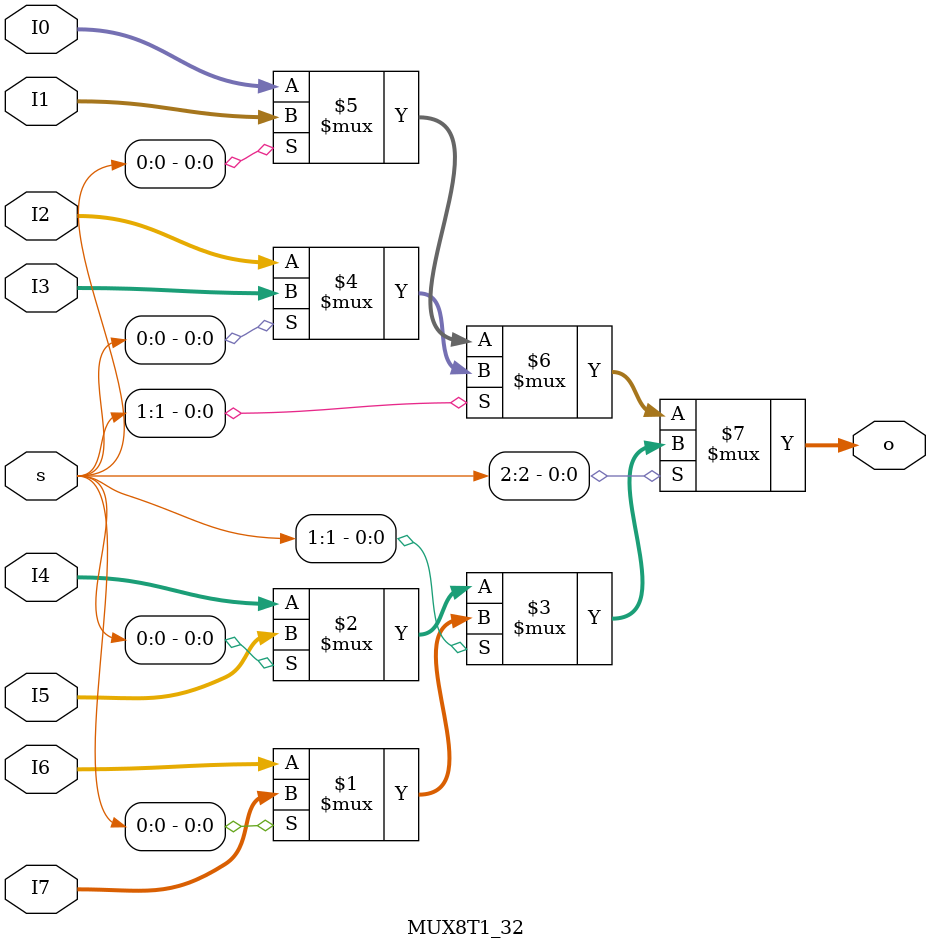
<source format=v>
`timescale 1ns / 1ps


module MUX8T1_32(
    input [31:0] I0,
    input [31:0] I1,
    input [31:0] I2,
    input [31:0] I3,
    input [31:0] I4,
    input [31:0] I5,
    input [31:0] I6,
    input [31:0] I7,
    input [2:0] s,
    output [31:0] o
    );
    
    assign o = s[2]? (s[1] ? (s[0] ? I7 : I6) : (s[0] ? I5 : I4)) : (s[1] ? (s[0] ? I3 : I2) : (s[0] ? I1 : I0));
    
endmodule
</source>
